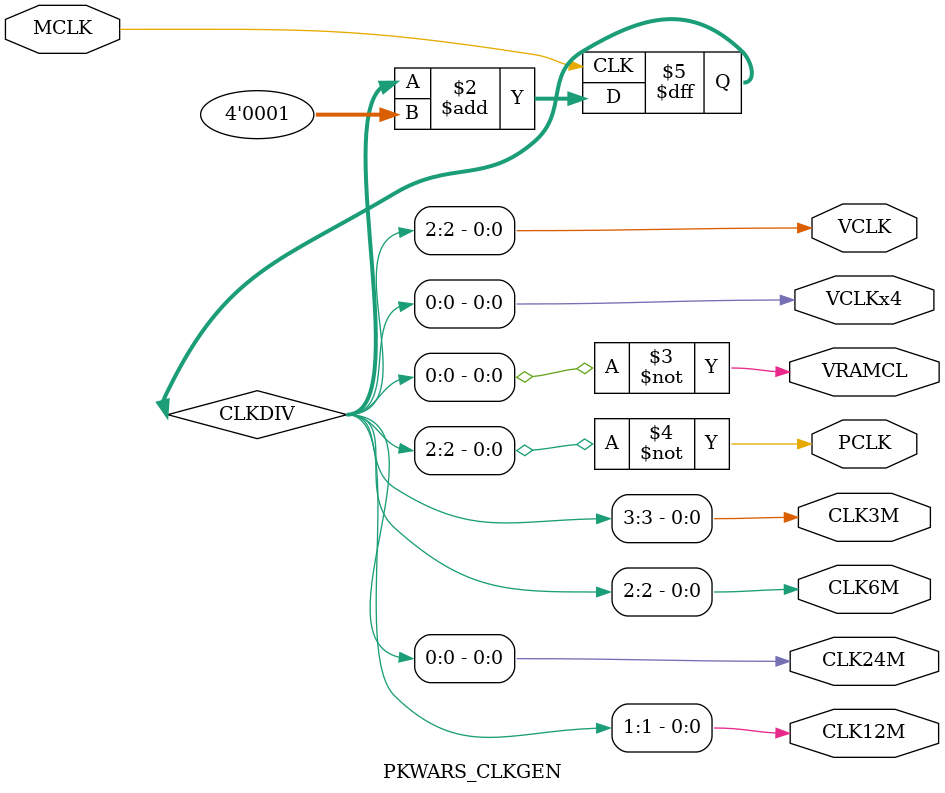
<source format=v>

module PKWARS_CLKGEN
(
	input		MCLK,		// 48MHz

	output	VCLKx4,
	output	VCLK,

	output	VRAMCL,
	output	PCLK,

	output	CLK24M,
	output 	CLK12M,
	output	CLK6M,
	output	CLK3M
);

reg [3:0] CLKDIV;
always @( posedge MCLK ) CLKDIV <= CLKDIV+4'b0001;

assign VCLKx4 = CLKDIV[0];	// 24MHz
assign VCLK   = CLKDIV[2];	//  6MHz

assign CLK24M = CLKDIV[0];
assign CLK12M = CLKDIV[1];
assign CLK6M  = CLKDIV[2];
assign CLK3M  = CLKDIV[3];

assign VRAMCL = ~VCLKx4;
assign PCLK   = ~VCLK;

endmodule



</source>
